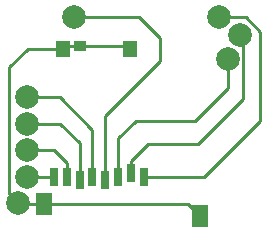
<source format=gbr>
%TF.GenerationSoftware,KiCad,Pcbnew,(5.1.6)-1*%
%TF.CreationDate,2020-11-03T09:27:13+01:00*%
%TF.ProjectId,SD-card adapter,53442d63-6172-4642-9061-646170746572,rev?*%
%TF.SameCoordinates,Original*%
%TF.FileFunction,Copper,L2,Bot*%
%TF.FilePolarity,Positive*%
%FSLAX46Y46*%
G04 Gerber Fmt 4.6, Leading zero omitted, Abs format (unit mm)*
G04 Created by KiCad (PCBNEW (5.1.6)-1) date 2020-11-03 09:27:13*
%MOMM*%
%LPD*%
G01*
G04 APERTURE LIST*
%TA.AperFunction,SMDPad,CuDef*%
%ADD10R,0.800000X1.500000*%
%TD*%
%TA.AperFunction,SMDPad,CuDef*%
%ADD11R,1.400000X1.900000*%
%TD*%
%TA.AperFunction,SMDPad,CuDef*%
%ADD12R,1.300000X1.400000*%
%TD*%
%TA.AperFunction,SMDPad,CuDef*%
%ADD13R,1.000000X0.950000*%
%TD*%
%TA.AperFunction,ViaPad*%
%ADD14C,2.000000*%
%TD*%
%TA.AperFunction,Conductor*%
%ADD15C,0.250000*%
%TD*%
G04 APERTURE END LIST*
D10*
%TO.P,J1,1*%
%TO.N,Net-(J1-Pad1)*%
X129690000Y-53810000D03*
%TO.P,J1,2*%
%TO.N,Net-(J1-Pad2)*%
X128590000Y-53410000D03*
%TO.P,J1,3*%
%TO.N,Net-(J1-Pad3)*%
X127490000Y-53810000D03*
%TO.P,J1,4*%
%TO.N,Net-(J1-Pad4)*%
X126390000Y-54010000D03*
%TO.P,J1,6*%
%TO.N,Net-(J1-Pad6)*%
X124190000Y-54010000D03*
%TO.P,J1,5*%
%TO.N,Net-(J1-Pad5)*%
X125290000Y-53810000D03*
%TO.P,J1,7*%
%TO.N,Net-(J1-Pad7)*%
X123090000Y-53810000D03*
D11*
%TO.P,J1,9*%
%TO.N,Net-(J1-Pad9)*%
X121175000Y-56100000D03*
D12*
X122800000Y-42950000D03*
X128500000Y-42950000D03*
D13*
X124190000Y-42725000D03*
D11*
X134350000Y-57100000D03*
D10*
%TO.P,J1,8*%
%TO.N,Net-(J1-Pad8)*%
X121990000Y-53810000D03*
%TD*%
D14*
%TO.N,Net-(J1-Pad1)*%
X136000000Y-40250000D03*
%TO.N,Net-(J1-Pad2)*%
X137750000Y-41750000D03*
%TO.N,Net-(J1-Pad3)*%
X136750000Y-43750000D03*
%TO.N,Net-(J1-Pad4)*%
X123750000Y-40250000D03*
%TO.N,Net-(J1-Pad6)*%
X119750000Y-49250000D03*
%TO.N,Net-(J1-Pad5)*%
X119750000Y-47000000D03*
%TO.N,Net-(J1-Pad7)*%
X119750000Y-51500000D03*
%TO.N,Net-(J1-Pad9)*%
X119000000Y-56000000D03*
%TO.N,Net-(J1-Pad8)*%
X119750000Y-53750000D03*
%TD*%
D15*
%TO.N,Net-(J1-Pad1)*%
X139500000Y-49000000D02*
X134690000Y-53810000D01*
X139500000Y-41500000D02*
X139500000Y-49000000D01*
X136000000Y-40250000D02*
X138250000Y-40250000D01*
X134690000Y-53810000D02*
X129690000Y-53810000D01*
X138250000Y-40250000D02*
X139500000Y-41500000D01*
%TO.N,Net-(J1-Pad2)*%
X138075001Y-42075001D02*
X137750000Y-41750000D01*
X130000000Y-51000000D02*
X134250000Y-51000000D01*
X128590000Y-53410000D02*
X128590000Y-52410000D01*
X128590000Y-52410000D02*
X130000000Y-51000000D01*
X134250000Y-51000000D02*
X138075001Y-47174999D01*
X138075001Y-47174999D02*
X138075001Y-42075001D01*
%TO.N,Net-(J1-Pad3)*%
X136750000Y-43750000D02*
X136750000Y-46250000D01*
X136750000Y-46250000D02*
X134000000Y-49000000D01*
X134000000Y-49000000D02*
X129000000Y-49000000D01*
X127490000Y-50510000D02*
X127490000Y-53810000D01*
X129000000Y-49000000D02*
X127490000Y-50510000D01*
%TO.N,Net-(J1-Pad4)*%
X123750000Y-40250000D02*
X129250000Y-40250000D01*
X129250000Y-40250000D02*
X131000000Y-42000000D01*
X131000000Y-42000000D02*
X131000000Y-44000000D01*
X126390000Y-48610000D02*
X126390000Y-54010000D01*
X131000000Y-44000000D02*
X126390000Y-48610000D01*
%TO.N,Net-(J1-Pad6)*%
X122500000Y-49250000D02*
X119750000Y-49250000D01*
X124190000Y-54010000D02*
X124190000Y-50940000D01*
X124190000Y-50940000D02*
X122500000Y-49250000D01*
%TO.N,Net-(J1-Pad5)*%
X125290000Y-49790000D02*
X125290000Y-53810000D01*
X119750000Y-47000000D02*
X122500000Y-47000000D01*
X122500000Y-47000000D02*
X125290000Y-49790000D01*
%TO.N,Net-(J1-Pad7)*%
X119750000Y-51500000D02*
X122000000Y-51500000D01*
X123090000Y-52590000D02*
X123090000Y-53810000D01*
X122000000Y-51500000D02*
X123090000Y-52590000D01*
%TO.N,Net-(J1-Pad9)*%
X119100000Y-56100000D02*
X119000000Y-56000000D01*
X121175000Y-56100000D02*
X119100000Y-56100000D01*
X133350000Y-56100000D02*
X134350000Y-57100000D01*
X121175000Y-56100000D02*
X133350000Y-56100000D01*
X128275000Y-42725000D02*
X128500000Y-42950000D01*
X124190000Y-42725000D02*
X128275000Y-42725000D01*
X123025000Y-42725000D02*
X122800000Y-42950000D01*
X124190000Y-42725000D02*
X123025000Y-42725000D01*
X122800000Y-42950000D02*
X119800000Y-42950000D01*
X119800000Y-42950000D02*
X118250000Y-44500000D01*
X118250000Y-55250000D02*
X119000000Y-56000000D01*
X118250000Y-44500000D02*
X118250000Y-55250000D01*
%TO.N,Net-(J1-Pad8)*%
X121930000Y-53750000D02*
X121990000Y-53810000D01*
X121990000Y-53810000D02*
X119810000Y-53810000D01*
X119810000Y-53810000D02*
X119750000Y-53750000D01*
%TD*%
M02*

</source>
